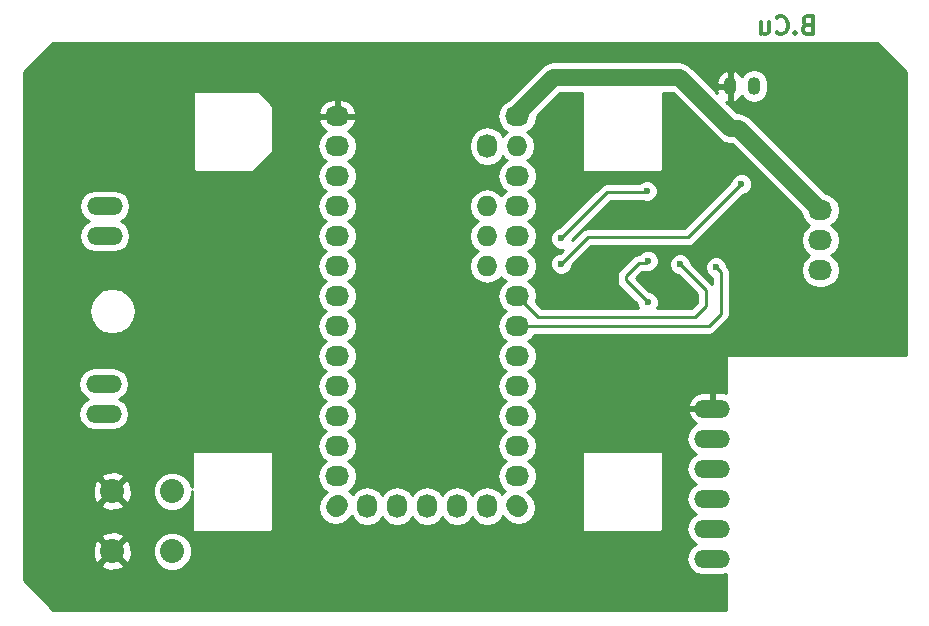
<source format=gbr>
G04 #@! TF.FileFunction,Copper,L2,Bot,Signal*
%FSLAX46Y46*%
G04 Gerber Fmt 4.6, Leading zero omitted, Abs format (unit mm)*
G04 Created by KiCad (PCBNEW 4.0.2+dfsg1-stable) date mar. 31 janv. 2017 18:53:40 CET*
%MOMM*%
G01*
G04 APERTURE LIST*
%ADD10C,0.050000*%
%ADD11C,0.300000*%
%ADD12O,3.014980X1.506220*%
%ADD13O,1.100000X1.524000*%
%ADD14C,2.032000*%
%ADD15O,2.032000X1.727200*%
%ADD16O,1.727200X1.727200*%
%ADD17O,1.727200X2.032000*%
%ADD18C,1.727200*%
%ADD19C,0.600000*%
%ADD20C,1.214120*%
%ADD21C,1.016000*%
%ADD22C,0.250000*%
%ADD23C,1.397000*%
%ADD24C,0.254000*%
G04 APERTURE END LIST*
D10*
D11*
X32158571Y24237143D02*
X31944285Y24165714D01*
X31872857Y24094286D01*
X31801428Y23951429D01*
X31801428Y23737143D01*
X31872857Y23594286D01*
X31944285Y23522857D01*
X32087143Y23451429D01*
X32658571Y23451429D01*
X32658571Y24951429D01*
X32158571Y24951429D01*
X32015714Y24880000D01*
X31944285Y24808571D01*
X31872857Y24665714D01*
X31872857Y24522857D01*
X31944285Y24380000D01*
X32015714Y24308571D01*
X32158571Y24237143D01*
X32658571Y24237143D01*
X31158571Y23594286D02*
X31087143Y23522857D01*
X31158571Y23451429D01*
X31230000Y23522857D01*
X31158571Y23594286D01*
X31158571Y23451429D01*
X29587142Y23594286D02*
X29658571Y23522857D01*
X29872857Y23451429D01*
X30015714Y23451429D01*
X30229999Y23522857D01*
X30372857Y23665714D01*
X30444285Y23808571D01*
X30515714Y24094286D01*
X30515714Y24308571D01*
X30444285Y24594286D01*
X30372857Y24737143D01*
X30229999Y24880000D01*
X30015714Y24951429D01*
X29872857Y24951429D01*
X29658571Y24880000D01*
X29587142Y24808571D01*
X28301428Y24451429D02*
X28301428Y23451429D01*
X28944285Y24451429D02*
X28944285Y23665714D01*
X28872857Y23522857D01*
X28729999Y23451429D01*
X28515714Y23451429D01*
X28372857Y23522857D01*
X28301428Y23594286D01*
D12*
X-27305000Y6350000D03*
X-27305000Y8890000D03*
X-27400000Y-8695000D03*
X-27400000Y-6155000D03*
X24130000Y-8255000D03*
X24130000Y-10795000D03*
X24130000Y-13335000D03*
X24130000Y-15875000D03*
X24130000Y-18415000D03*
X24130000Y-20955000D03*
D13*
X25670000Y19050000D03*
X27670000Y19050000D03*
D14*
X-21590000Y-15240000D03*
X-21590000Y-20320000D03*
X-26670000Y-20320000D03*
X-26670000Y-15240000D03*
D15*
X33300000Y3470000D03*
X33300000Y6010000D03*
X33300000Y8550000D03*
D16*
X5080000Y3810000D03*
X5080000Y6350000D03*
X5080000Y8890000D03*
D17*
X0Y-16510000D03*
D15*
X-7620000Y16510000D03*
X-7620000Y13970000D03*
X-7620000Y11430000D03*
X-7620000Y8890000D03*
X-7620000Y6350000D03*
X-7620000Y3810000D03*
X-7620000Y1270000D03*
X-7620000Y-1270000D03*
X-7620000Y-3810000D03*
X-7620000Y-6350000D03*
X-7620000Y-8890000D03*
X-7620000Y-11430000D03*
X-7620000Y-13970000D03*
D18*
X-7727763Y-16617763D02*
X-7512237Y-16402237D01*
D17*
X-5080000Y-16510000D03*
X-2540000Y-16510000D03*
X2540000Y-16510000D03*
X5080000Y-16510000D03*
X5080000Y13970000D03*
D18*
X7512237Y-16402237D02*
X7727763Y-16617763D01*
D15*
X7620000Y-13970000D03*
X7620000Y-11430000D03*
X7620000Y-8890000D03*
X7620000Y-6350000D03*
X7620000Y-3810000D03*
X7620000Y-1270000D03*
X7620000Y1270000D03*
X7620000Y3810000D03*
X7620000Y6350000D03*
X7620000Y8890000D03*
X7620000Y11430000D03*
D16*
X7620000Y13970000D03*
D15*
X7620000Y16510000D03*
D19*
X18618200Y10160000D03*
X11328400Y6146800D03*
X18700000Y4260000D03*
X18669000Y736600D03*
D20*
X5080000Y13970000D03*
D19*
X26600000Y10760000D03*
X11353800Y4013200D03*
D20*
X33300000Y8550000D03*
X7620000Y16510000D03*
X7620000Y-11430000D03*
X7620000Y-13970000D03*
X7620000Y-16510000D03*
X-27305000Y6350000D03*
X-27305000Y8890000D03*
X-27400000Y-8695000D03*
X-27400000Y-6155000D03*
X7620000Y-3810000D03*
X24130000Y-10795000D03*
X24130000Y-15875000D03*
X7620000Y3810000D03*
X7620000Y6350000D03*
X7620000Y8890000D03*
D19*
X24450000Y3710000D03*
D20*
X7620000Y-1270000D03*
D19*
X21400000Y3960000D03*
D20*
X7620000Y1270000D03*
X7620000Y-6350000D03*
X7620000Y-8890000D03*
X-26670000Y-15240000D03*
X-26670000Y-20320000D03*
X24130000Y-8255000D03*
X-7620000Y16495302D03*
D21*
X25670000Y19050000D03*
D19*
X-7620000Y8890000D03*
D20*
X33300000Y6010000D03*
D21*
X27670000Y19050000D03*
D20*
X-21590000Y-15240000D03*
X7620000Y11430000D03*
X24130000Y-13335000D03*
X-21590000Y-20320000D03*
X-7620000Y-16510000D03*
D22*
X15240000Y10058400D02*
X11328400Y6146800D01*
X18516600Y10058400D02*
X15240000Y10058400D01*
X18516600Y10058400D02*
X18618200Y10160000D01*
X16814800Y2590800D02*
X18669000Y736600D01*
X16814800Y2971800D02*
X16814800Y2590800D01*
X17907000Y4064000D02*
X16814800Y2971800D01*
X18504000Y4064000D02*
X17907000Y4064000D01*
X18700000Y4260000D02*
X18504000Y4064000D01*
X13589000Y6248400D02*
X11353800Y4013200D01*
X22088400Y6248400D02*
X13589000Y6248400D01*
X22088400Y6248400D02*
X26600000Y10760000D01*
D23*
X7620000Y16510000D02*
X7620000Y16764000D01*
X7620000Y16764000D02*
X10668000Y19812000D01*
X26356000Y15494000D02*
X33300000Y8550000D01*
X25654000Y15494000D02*
X26356000Y15494000D01*
X21336000Y19812000D02*
X25654000Y15494000D01*
X10668000Y19812000D02*
X21336000Y19812000D01*
D22*
X23850600Y-1270000D02*
X7620000Y-1270000D01*
X24866600Y-254000D02*
X23850600Y-1270000D01*
X24866600Y3293400D02*
X24866600Y-254000D01*
X24450000Y3710000D02*
X24866600Y3293400D01*
X7620000Y1270000D02*
X9398000Y-508000D01*
X22682200Y-508000D02*
X9398000Y-508000D01*
X23596600Y406400D02*
X22682200Y-508000D01*
X23596600Y1763400D02*
X23596600Y406400D01*
X23596600Y1763400D02*
X21400000Y3960000D01*
X7721600Y1371600D02*
X7620000Y1270000D01*
X7620000Y11390000D02*
X7620000Y11430000D01*
D24*
G36*
X40513000Y20267394D02*
X40513000Y-3683000D01*
X25400000Y-3683000D01*
X25350590Y-3693006D01*
X25308965Y-3721447D01*
X25281685Y-3763841D01*
X25273000Y-3810000D01*
X25273000Y-6944274D01*
X25011380Y-6866890D01*
X24257000Y-6866890D01*
X24257000Y-8128000D01*
X24277000Y-8128000D01*
X24277000Y-8382000D01*
X24257000Y-8382000D01*
X24257000Y-8402000D01*
X24003000Y-8402000D01*
X24003000Y-8382000D01*
X22152838Y-8382000D01*
X22030217Y-8596674D01*
X22044573Y-8668875D01*
X22304276Y-9146740D01*
X22727081Y-9488846D01*
X22805306Y-9511984D01*
X22802439Y-9512554D01*
X22352104Y-9813458D01*
X22051200Y-10263793D01*
X21945536Y-10795000D01*
X22051200Y-11326207D01*
X22352104Y-11776542D01*
X22783812Y-12065000D01*
X22352104Y-12353458D01*
X22051200Y-12803793D01*
X21945536Y-13335000D01*
X22051200Y-13866207D01*
X22352104Y-14316542D01*
X22783812Y-14605000D01*
X22352104Y-14893458D01*
X22051200Y-15343793D01*
X21945536Y-15875000D01*
X22051200Y-16406207D01*
X22352104Y-16856542D01*
X22783812Y-17145000D01*
X22352104Y-17433458D01*
X22051200Y-17883793D01*
X21945536Y-18415000D01*
X22051200Y-18946207D01*
X22352104Y-19396542D01*
X22783812Y-19685000D01*
X22352104Y-19973458D01*
X22051200Y-20423793D01*
X21945536Y-20955000D01*
X22051200Y-21486207D01*
X22352104Y-21936542D01*
X22802439Y-22237446D01*
X23333646Y-22343110D01*
X24926354Y-22343110D01*
X25273000Y-22274158D01*
X25273000Y-25273000D01*
X-31697394Y-25273000D01*
X-34163000Y-22807394D01*
X-34163000Y-21484107D01*
X-27654502Y-21484107D01*
X-27553880Y-21752622D01*
X-26938358Y-21981816D01*
X-26281981Y-21958014D01*
X-25786120Y-21752622D01*
X-25685498Y-21484107D01*
X-26670000Y-20499605D01*
X-27654502Y-21484107D01*
X-34163000Y-21484107D01*
X-34163000Y-20051642D01*
X-28331816Y-20051642D01*
X-28308014Y-20708019D01*
X-28102622Y-21203880D01*
X-27834107Y-21304502D01*
X-26849605Y-20320000D01*
X-26490395Y-20320000D01*
X-25505893Y-21304502D01*
X-25237378Y-21203880D01*
X-25030006Y-20646963D01*
X-23241286Y-20646963D01*
X-22990466Y-21253995D01*
X-22526437Y-21718834D01*
X-21919845Y-21970713D01*
X-21263037Y-21971286D01*
X-20656005Y-21720466D01*
X-20191166Y-21256437D01*
X-19939287Y-20649845D01*
X-19938714Y-19993037D01*
X-20189534Y-19386005D01*
X-20653563Y-18921166D01*
X-21260155Y-18669287D01*
X-21916963Y-18668714D01*
X-22523995Y-18919534D01*
X-22988834Y-19383563D01*
X-23240713Y-19990155D01*
X-23241286Y-20646963D01*
X-25030006Y-20646963D01*
X-25008184Y-20588358D01*
X-25031986Y-19931981D01*
X-25237378Y-19436120D01*
X-25505893Y-19335498D01*
X-26490395Y-20320000D01*
X-26849605Y-20320000D01*
X-27834107Y-19335498D01*
X-28102622Y-19436120D01*
X-28331816Y-20051642D01*
X-34163000Y-20051642D01*
X-34163000Y-19155893D01*
X-27654502Y-19155893D01*
X-26670000Y-20140395D01*
X-25685498Y-19155893D01*
X-25786120Y-18887378D01*
X-26401642Y-18658184D01*
X-27058019Y-18681986D01*
X-27553880Y-18887378D01*
X-27654502Y-19155893D01*
X-34163000Y-19155893D01*
X-34163000Y-16404107D01*
X-27654502Y-16404107D01*
X-27553880Y-16672622D01*
X-26938358Y-16901816D01*
X-26281981Y-16878014D01*
X-25786120Y-16672622D01*
X-25685498Y-16404107D01*
X-26670000Y-15419605D01*
X-27654502Y-16404107D01*
X-34163000Y-16404107D01*
X-34163000Y-14971642D01*
X-28331816Y-14971642D01*
X-28308014Y-15628019D01*
X-28102622Y-16123880D01*
X-27834107Y-16224502D01*
X-26849605Y-15240000D01*
X-26490395Y-15240000D01*
X-25505893Y-16224502D01*
X-25237378Y-16123880D01*
X-25030006Y-15566963D01*
X-23241286Y-15566963D01*
X-22990466Y-16173995D01*
X-22526437Y-16638834D01*
X-21919845Y-16890713D01*
X-21263037Y-16891286D01*
X-20656005Y-16640466D01*
X-20191166Y-16176437D01*
X-19939287Y-15569845D01*
X-19939000Y-15240868D01*
X-19939000Y-18542000D01*
X-19930315Y-18588159D01*
X-19903035Y-18630553D01*
X-19861410Y-18658994D01*
X-19812000Y-18669000D01*
X-13208000Y-18669000D01*
X-13161841Y-18660315D01*
X-13119447Y-18633035D01*
X-13091006Y-18591410D01*
X-13081000Y-18542000D01*
X-13081000Y-11938000D01*
X-13089685Y-11891841D01*
X-13116965Y-11849447D01*
X-13158590Y-11821006D01*
X-13208000Y-11811000D01*
X-19812000Y-11811000D01*
X-19858159Y-11819685D01*
X-19900553Y-11846965D01*
X-19928994Y-11888590D01*
X-19939000Y-11938000D01*
X-19939000Y-14912345D01*
X-20189534Y-14306005D01*
X-20653563Y-13841166D01*
X-21260155Y-13589287D01*
X-21916963Y-13588714D01*
X-22523995Y-13839534D01*
X-22988834Y-14303563D01*
X-23240713Y-14910155D01*
X-23241286Y-15566963D01*
X-25030006Y-15566963D01*
X-25008184Y-15508358D01*
X-25031986Y-14851981D01*
X-25237378Y-14356120D01*
X-25505893Y-14255498D01*
X-26490395Y-15240000D01*
X-26849605Y-15240000D01*
X-27834107Y-14255498D01*
X-28102622Y-14356120D01*
X-28331816Y-14971642D01*
X-34163000Y-14971642D01*
X-34163000Y-14075893D01*
X-27654502Y-14075893D01*
X-26670000Y-15060395D01*
X-25685498Y-14075893D01*
X-25786120Y-13807378D01*
X-26401642Y-13578184D01*
X-27058019Y-13601986D01*
X-27553880Y-13807378D01*
X-27654502Y-14075893D01*
X-34163000Y-14075893D01*
X-34163000Y-6155000D01*
X-29584464Y-6155000D01*
X-29478800Y-6686207D01*
X-29177896Y-7136542D01*
X-28746188Y-7425000D01*
X-29177896Y-7713458D01*
X-29478800Y-8163793D01*
X-29584464Y-8695000D01*
X-29478800Y-9226207D01*
X-29177896Y-9676542D01*
X-28727561Y-9977446D01*
X-28196354Y-10083110D01*
X-26603646Y-10083110D01*
X-26072439Y-9977446D01*
X-25622104Y-9676542D01*
X-25321200Y-9226207D01*
X-25215536Y-8695000D01*
X-25321200Y-8163793D01*
X-25622104Y-7713458D01*
X-26053812Y-7425000D01*
X-25622104Y-7136542D01*
X-25321200Y-6686207D01*
X-25215536Y-6155000D01*
X-25321200Y-5623793D01*
X-25622104Y-5173458D01*
X-26072439Y-4872554D01*
X-26603646Y-4766890D01*
X-28196354Y-4766890D01*
X-28727561Y-4872554D01*
X-29177896Y-5173458D01*
X-29478800Y-5623793D01*
X-29584464Y-6155000D01*
X-34163000Y-6155000D01*
X-34163000Y0D01*
X-28650000Y0D01*
X-28499281Y-757713D01*
X-28070071Y-1400071D01*
X-27427713Y-1829281D01*
X-26670000Y-1980000D01*
X-25912287Y-1829281D01*
X-25269929Y-1400071D01*
X-24840719Y-757713D01*
X-24690000Y0D01*
X-24840719Y757713D01*
X-25269929Y1400071D01*
X-25912287Y1829281D01*
X-26670000Y1980000D01*
X-27427713Y1829281D01*
X-28070071Y1400071D01*
X-28499281Y757713D01*
X-28650000Y0D01*
X-34163000Y0D01*
X-34163000Y8890000D01*
X-29489464Y8890000D01*
X-29383800Y8358793D01*
X-29082896Y7908458D01*
X-28651188Y7620000D01*
X-29082896Y7331542D01*
X-29383800Y6881207D01*
X-29489464Y6350000D01*
X-29383800Y5818793D01*
X-29082896Y5368458D01*
X-28632561Y5067554D01*
X-28101354Y4961890D01*
X-26508646Y4961890D01*
X-25977439Y5067554D01*
X-25527104Y5368458D01*
X-25226200Y5818793D01*
X-25120536Y6350000D01*
X-25226200Y6881207D01*
X-25527104Y7331542D01*
X-25958812Y7620000D01*
X-25527104Y7908458D01*
X-25226200Y8358793D01*
X-25120536Y8890000D01*
X-25226200Y9421207D01*
X-25527104Y9871542D01*
X-25977439Y10172446D01*
X-26508646Y10278110D01*
X-28101354Y10278110D01*
X-28632561Y10172446D01*
X-29082896Y9871542D01*
X-29383800Y9421207D01*
X-29489464Y8890000D01*
X-34163000Y8890000D01*
X-34163000Y18542000D01*
X-19812000Y18542000D01*
X-19812000Y11938000D01*
X-19803315Y11891841D01*
X-19776035Y11849447D01*
X-19734410Y11821006D01*
X-19685000Y11811000D01*
X-14732000Y11811000D01*
X-14684211Y11820334D01*
X-14642197Y11848197D01*
X-13118197Y13372197D01*
X-13091006Y13412590D01*
X-13081000Y13462000D01*
X-13081000Y13970000D01*
X-9303345Y13970000D01*
X-9189271Y13396511D01*
X-8864415Y12910330D01*
X-8549634Y12700000D01*
X-8864415Y12489670D01*
X-9189271Y12003489D01*
X-9303345Y11430000D01*
X-9189271Y10856511D01*
X-8864415Y10370330D01*
X-8549634Y10160000D01*
X-8864415Y9949670D01*
X-9189271Y9463489D01*
X-9303345Y8890000D01*
X-9189271Y8316511D01*
X-8864415Y7830330D01*
X-8549634Y7620000D01*
X-8864415Y7409670D01*
X-9189271Y6923489D01*
X-9303345Y6350000D01*
X-9189271Y5776511D01*
X-8864415Y5290330D01*
X-8549634Y5080000D01*
X-8864415Y4869670D01*
X-9189271Y4383489D01*
X-9303345Y3810000D01*
X-9189271Y3236511D01*
X-8864415Y2750330D01*
X-8549634Y2540000D01*
X-8864415Y2329670D01*
X-9189271Y1843489D01*
X-9303345Y1270000D01*
X-9189271Y696511D01*
X-8864415Y210330D01*
X-8549634Y0D01*
X-8864415Y-210330D01*
X-9189271Y-696511D01*
X-9303345Y-1270000D01*
X-9189271Y-1843489D01*
X-8864415Y-2329670D01*
X-8549634Y-2540000D01*
X-8864415Y-2750330D01*
X-9189271Y-3236511D01*
X-9303345Y-3810000D01*
X-9189271Y-4383489D01*
X-8864415Y-4869670D01*
X-8549634Y-5080000D01*
X-8864415Y-5290330D01*
X-9189271Y-5776511D01*
X-9303345Y-6350000D01*
X-9189271Y-6923489D01*
X-8864415Y-7409670D01*
X-8549634Y-7620000D01*
X-8864415Y-7830330D01*
X-9189271Y-8316511D01*
X-9303345Y-8890000D01*
X-9189271Y-9463489D01*
X-8864415Y-9949670D01*
X-8549634Y-10160000D01*
X-8864415Y-10370330D01*
X-9189271Y-10856511D01*
X-9303345Y-11430000D01*
X-9189271Y-12003489D01*
X-8864415Y-12489670D01*
X-8549634Y-12700000D01*
X-8864415Y-12910330D01*
X-9189271Y-13396511D01*
X-9303345Y-13970000D01*
X-9189271Y-14543489D01*
X-8864415Y-15029670D01*
X-8489698Y-15280048D01*
X-8549036Y-15319696D01*
X-8810304Y-15580964D01*
X-9135160Y-16067144D01*
X-9249234Y-16640634D01*
X-9135160Y-17214124D01*
X-8810304Y-17700304D01*
X-8324124Y-18025160D01*
X-7750634Y-18139234D01*
X-7177144Y-18025160D01*
X-6690964Y-17700304D01*
X-6429696Y-17439036D01*
X-6390048Y-17379698D01*
X-6139670Y-17754415D01*
X-5653489Y-18079271D01*
X-5080000Y-18193345D01*
X-4506511Y-18079271D01*
X-4020330Y-17754415D01*
X-3810000Y-17439634D01*
X-3599670Y-17754415D01*
X-3113489Y-18079271D01*
X-2540000Y-18193345D01*
X-1966511Y-18079271D01*
X-1480330Y-17754415D01*
X-1270000Y-17439634D01*
X-1059670Y-17754415D01*
X-573489Y-18079271D01*
X0Y-18193345D01*
X573489Y-18079271D01*
X1059670Y-17754415D01*
X1270000Y-17439634D01*
X1480330Y-17754415D01*
X1966511Y-18079271D01*
X2540000Y-18193345D01*
X3113489Y-18079271D01*
X3599670Y-17754415D01*
X3810000Y-17439634D01*
X4020330Y-17754415D01*
X4506511Y-18079271D01*
X5080000Y-18193345D01*
X5653489Y-18079271D01*
X6139670Y-17754415D01*
X6390048Y-17379698D01*
X6429696Y-17439036D01*
X6690964Y-17700304D01*
X7177144Y-18025160D01*
X7750634Y-18139234D01*
X8324124Y-18025160D01*
X8810304Y-17700304D01*
X9135160Y-17214124D01*
X9249234Y-16640634D01*
X9135160Y-16067144D01*
X8810304Y-15580964D01*
X8549036Y-15319696D01*
X8489698Y-15280048D01*
X8864415Y-15029670D01*
X9189271Y-14543489D01*
X9303345Y-13970000D01*
X9189271Y-13396511D01*
X8864415Y-12910330D01*
X8549634Y-12700000D01*
X8864415Y-12489670D01*
X9189271Y-12003489D01*
X9202297Y-11938000D01*
X13081000Y-11938000D01*
X13081000Y-18542000D01*
X13089685Y-18588159D01*
X13116965Y-18630553D01*
X13158590Y-18658994D01*
X13208000Y-18669000D01*
X19812000Y-18669000D01*
X19858159Y-18660315D01*
X19900553Y-18633035D01*
X19928994Y-18591410D01*
X19939000Y-18542000D01*
X19939000Y-11938000D01*
X19930315Y-11891841D01*
X19903035Y-11849447D01*
X19861410Y-11821006D01*
X19812000Y-11811000D01*
X13208000Y-11811000D01*
X13161841Y-11819685D01*
X13119447Y-11846965D01*
X13091006Y-11888590D01*
X13081000Y-11938000D01*
X9202297Y-11938000D01*
X9303345Y-11430000D01*
X9189271Y-10856511D01*
X8864415Y-10370330D01*
X8549634Y-10160000D01*
X8864415Y-9949670D01*
X9189271Y-9463489D01*
X9303345Y-8890000D01*
X9189271Y-8316511D01*
X8919872Y-7913326D01*
X22030217Y-7913326D01*
X22152838Y-8128000D01*
X24003000Y-8128000D01*
X24003000Y-6866890D01*
X23248620Y-6866890D01*
X22727081Y-7021154D01*
X22304276Y-7363260D01*
X22044573Y-7841125D01*
X22030217Y-7913326D01*
X8919872Y-7913326D01*
X8864415Y-7830330D01*
X8549634Y-7620000D01*
X8864415Y-7409670D01*
X9189271Y-6923489D01*
X9303345Y-6350000D01*
X9189271Y-5776511D01*
X8864415Y-5290330D01*
X8549634Y-5080000D01*
X8864415Y-4869670D01*
X9189271Y-4383489D01*
X9303345Y-3810000D01*
X9189271Y-3236511D01*
X8864415Y-2750330D01*
X8549634Y-2540000D01*
X8864415Y-2329670D01*
X9064648Y-2030000D01*
X23850600Y-2030000D01*
X24141439Y-1972148D01*
X24388001Y-1807401D01*
X25404001Y-791401D01*
X25568748Y-544839D01*
X25626600Y-254000D01*
X25626600Y3293400D01*
X25601584Y3419161D01*
X25568748Y3584240D01*
X25404001Y3830801D01*
X25385122Y3849680D01*
X25385162Y3895167D01*
X25243117Y4238943D01*
X24980327Y4502192D01*
X24636799Y4644838D01*
X24264833Y4645162D01*
X23921057Y4503117D01*
X23657808Y4240327D01*
X23515162Y3896799D01*
X23514838Y3524833D01*
X23656883Y3181057D01*
X23919673Y2917808D01*
X24106600Y2840189D01*
X24106600Y2328202D01*
X22335122Y4099680D01*
X22335162Y4145167D01*
X22193117Y4488943D01*
X21930327Y4752192D01*
X21586799Y4894838D01*
X21214833Y4895162D01*
X20871057Y4753117D01*
X20607808Y4490327D01*
X20465162Y4146799D01*
X20464838Y3774833D01*
X20606883Y3431057D01*
X20869673Y3167808D01*
X21213201Y3025162D01*
X21260077Y3025121D01*
X22836600Y1448598D01*
X22836600Y721202D01*
X22367398Y252000D01*
X19480180Y252000D01*
X19603838Y549801D01*
X19604162Y921767D01*
X19462117Y1265543D01*
X19199327Y1528792D01*
X18855799Y1671438D01*
X18808923Y1671479D01*
X17699102Y2781300D01*
X18221802Y3304000D01*
X18504000Y3304000D01*
X18609964Y3325078D01*
X18885167Y3324838D01*
X19228943Y3466883D01*
X19492192Y3729673D01*
X19634838Y4073201D01*
X19635162Y4445167D01*
X19493117Y4788943D01*
X19230327Y5052192D01*
X18886799Y5194838D01*
X18514833Y5195162D01*
X18171057Y5053117D01*
X17941540Y4824000D01*
X17907000Y4824000D01*
X17616161Y4766148D01*
X17369599Y4601401D01*
X16277399Y3509201D01*
X16112652Y3262639D01*
X16054800Y2971800D01*
X16054800Y2590800D01*
X16112652Y2299961D01*
X16277399Y2053399D01*
X17733878Y596920D01*
X17733838Y551433D01*
X17857561Y252000D01*
X9712802Y252000D01*
X9202381Y762421D01*
X9303345Y1270000D01*
X9189271Y1843489D01*
X8864415Y2329670D01*
X8549634Y2540000D01*
X8864415Y2750330D01*
X9189271Y3236511D01*
X9303345Y3810000D01*
X9189271Y4383489D01*
X8864415Y4869670D01*
X8549634Y5080000D01*
X8864415Y5290330D01*
X9189271Y5776511D01*
X9226094Y5961633D01*
X10393238Y5961633D01*
X10535283Y5617857D01*
X10798073Y5354608D01*
X11141601Y5211962D01*
X11477467Y5211669D01*
X11214120Y4948322D01*
X11168633Y4948362D01*
X10824857Y4806317D01*
X10561608Y4543527D01*
X10418962Y4199999D01*
X10418638Y3828033D01*
X10560683Y3484257D01*
X10823473Y3221008D01*
X11167001Y3078362D01*
X11538967Y3078038D01*
X11882743Y3220083D01*
X12145992Y3482873D01*
X12288638Y3826401D01*
X12288679Y3873277D01*
X13903802Y5488400D01*
X22088400Y5488400D01*
X22379239Y5546252D01*
X22625801Y5710999D01*
X26739680Y9824878D01*
X26785167Y9824838D01*
X27128943Y9966883D01*
X27392192Y10229673D01*
X27534838Y10573201D01*
X27535162Y10945167D01*
X27393117Y11288943D01*
X27130327Y11552192D01*
X26786799Y11694838D01*
X26414833Y11695162D01*
X26071057Y11553117D01*
X25807808Y11290327D01*
X25665162Y10946799D01*
X25665121Y10899923D01*
X21773598Y7008400D01*
X13589000Y7008400D01*
X13298161Y6950548D01*
X13051599Y6785801D01*
X12263271Y5997473D01*
X12263279Y6006877D01*
X15554802Y9298400D01*
X18255025Y9298400D01*
X18431401Y9225162D01*
X18803367Y9224838D01*
X19147143Y9366883D01*
X19410392Y9629673D01*
X19553038Y9973201D01*
X19553362Y10345167D01*
X19411317Y10688943D01*
X19148527Y10952192D01*
X18804999Y11094838D01*
X18433033Y11095162D01*
X18089257Y10953117D01*
X17954305Y10818400D01*
X15240000Y10818400D01*
X14949161Y10760548D01*
X14702599Y10595801D01*
X11188720Y7081922D01*
X11143233Y7081962D01*
X10799457Y6939917D01*
X10536208Y6677127D01*
X10393562Y6333599D01*
X10393238Y5961633D01*
X9226094Y5961633D01*
X9303345Y6350000D01*
X9189271Y6923489D01*
X8864415Y7409670D01*
X8549634Y7620000D01*
X8864415Y7830330D01*
X9189271Y8316511D01*
X9303345Y8890000D01*
X9189271Y9463489D01*
X8864415Y9949670D01*
X8549634Y10160000D01*
X8864415Y10370330D01*
X9189271Y10856511D01*
X9303345Y11430000D01*
X9189271Y12003489D01*
X8864415Y12489670D01*
X8471941Y12751913D01*
X8709029Y12910330D01*
X9033885Y13396511D01*
X9147959Y13970000D01*
X9033885Y14543489D01*
X8709029Y15029670D01*
X8471941Y15188087D01*
X8864415Y15450330D01*
X9189271Y15936511D01*
X9303345Y16510000D01*
X9294802Y16552948D01*
X11220354Y18478500D01*
X13081000Y18478500D01*
X13081000Y11938000D01*
X13089685Y11891841D01*
X13116965Y11849447D01*
X13158590Y11821006D01*
X13208000Y11811000D01*
X19812000Y11811000D01*
X19858159Y11819685D01*
X19900553Y11846965D01*
X19928994Y11888590D01*
X19939000Y11938000D01*
X19939000Y18478500D01*
X20783646Y18478500D01*
X24711073Y14551073D01*
X25143692Y14262007D01*
X25654000Y14160500D01*
X25803646Y14160500D01*
X31666939Y8297207D01*
X31730729Y7976511D01*
X32055585Y7490330D01*
X32370366Y7280000D01*
X32055585Y7069670D01*
X31730729Y6583489D01*
X31616655Y6010000D01*
X31730729Y5436511D01*
X32055585Y4950330D01*
X32370366Y4740000D01*
X32055585Y4529670D01*
X31730729Y4043489D01*
X31616655Y3470000D01*
X31730729Y2896511D01*
X32055585Y2410330D01*
X32541766Y2085474D01*
X33115255Y1971400D01*
X33484745Y1971400D01*
X34058234Y2085474D01*
X34544415Y2410330D01*
X34869271Y2896511D01*
X34983345Y3470000D01*
X34869271Y4043489D01*
X34544415Y4529670D01*
X34229634Y4740000D01*
X34544415Y4950330D01*
X34869271Y5436511D01*
X34983345Y6010000D01*
X34869271Y6583489D01*
X34544415Y7069670D01*
X34229634Y7280000D01*
X34544415Y7490330D01*
X34869271Y7976511D01*
X34983345Y8550000D01*
X34869271Y9123489D01*
X34544415Y9609670D01*
X34058234Y9934526D01*
X33737538Y9998316D01*
X27298927Y16436927D01*
X26866308Y16725993D01*
X26356000Y16827500D01*
X26206354Y16827500D01*
X25336364Y17697490D01*
X25360256Y17694197D01*
X25543000Y17819639D01*
X25543000Y18923000D01*
X24639212Y18923000D01*
X24481810Y18735869D01*
X24556829Y18477025D01*
X23669723Y19364131D01*
X24481810Y19364131D01*
X24639212Y19177000D01*
X25543000Y19177000D01*
X25543000Y20280361D01*
X25797000Y20280361D01*
X25797000Y19177000D01*
X25817000Y19177000D01*
X25817000Y18923000D01*
X25797000Y18923000D01*
X25797000Y17819639D01*
X25979744Y17694197D01*
X26030344Y17701171D01*
X26437960Y17925605D01*
X26669873Y18215466D01*
X26832078Y17972709D01*
X27216520Y17715834D01*
X27670000Y17625631D01*
X28123480Y17715834D01*
X28507922Y17972709D01*
X28764797Y18357151D01*
X28855000Y18810631D01*
X28855000Y19289369D01*
X28764797Y19742849D01*
X28507922Y20127291D01*
X28123480Y20384166D01*
X27670000Y20474369D01*
X27216520Y20384166D01*
X26832078Y20127291D01*
X26669873Y19884534D01*
X26437960Y20174395D01*
X26030344Y20398829D01*
X25979744Y20405803D01*
X25797000Y20280361D01*
X25543000Y20280361D01*
X25360256Y20405803D01*
X25309656Y20398829D01*
X24902040Y20174395D01*
X24611339Y19811057D01*
X24481810Y19364131D01*
X23669723Y19364131D01*
X22278927Y20754927D01*
X21846308Y21043993D01*
X21336000Y21145500D01*
X10668000Y21145500D01*
X10157692Y21043993D01*
X9725073Y20754927D01*
X6865394Y17895248D01*
X6861766Y17894526D01*
X6375585Y17569670D01*
X6050729Y17083489D01*
X5936655Y16510000D01*
X6050729Y15936511D01*
X6375585Y15450330D01*
X6768059Y15188087D01*
X6530971Y15029670D01*
X6397042Y14829231D01*
X6139670Y15214415D01*
X5653489Y15539271D01*
X5080000Y15653345D01*
X4506511Y15539271D01*
X4020330Y15214415D01*
X3695474Y14728234D01*
X3581400Y14154745D01*
X3581400Y13785255D01*
X3695474Y13211766D01*
X4020330Y12725585D01*
X4506511Y12400729D01*
X5080000Y12286655D01*
X5653489Y12400729D01*
X6139670Y12725585D01*
X6397042Y13110769D01*
X6530971Y12910330D01*
X6768059Y12751913D01*
X6375585Y12489670D01*
X6050729Y12003489D01*
X5936655Y11430000D01*
X6050729Y10856511D01*
X6375585Y10370330D01*
X6690366Y10160000D01*
X6375585Y9949670D01*
X6272307Y9795104D01*
X6169029Y9949670D01*
X5682848Y10274526D01*
X5109359Y10388600D01*
X5050641Y10388600D01*
X4477152Y10274526D01*
X3990971Y9949670D01*
X3666115Y9463489D01*
X3552041Y8890000D01*
X3666115Y8316511D01*
X3990971Y7830330D01*
X4305752Y7620000D01*
X3990971Y7409670D01*
X3666115Y6923489D01*
X3552041Y6350000D01*
X3666115Y5776511D01*
X3990971Y5290330D01*
X4305752Y5080000D01*
X3990971Y4869670D01*
X3666115Y4383489D01*
X3552041Y3810000D01*
X3666115Y3236511D01*
X3990971Y2750330D01*
X4477152Y2425474D01*
X5050641Y2311400D01*
X5109359Y2311400D01*
X5682848Y2425474D01*
X6169029Y2750330D01*
X6272307Y2904896D01*
X6375585Y2750330D01*
X6690366Y2540000D01*
X6375585Y2329670D01*
X6050729Y1843489D01*
X5936655Y1270000D01*
X6050729Y696511D01*
X6375585Y210330D01*
X6690366Y0D01*
X6375585Y-210330D01*
X6050729Y-696511D01*
X5936655Y-1270000D01*
X6050729Y-1843489D01*
X6375585Y-2329670D01*
X6690366Y-2540000D01*
X6375585Y-2750330D01*
X6050729Y-3236511D01*
X5936655Y-3810000D01*
X6050729Y-4383489D01*
X6375585Y-4869670D01*
X6690366Y-5080000D01*
X6375585Y-5290330D01*
X6050729Y-5776511D01*
X5936655Y-6350000D01*
X6050729Y-6923489D01*
X6375585Y-7409670D01*
X6690366Y-7620000D01*
X6375585Y-7830330D01*
X6050729Y-8316511D01*
X5936655Y-8890000D01*
X6050729Y-9463489D01*
X6375585Y-9949670D01*
X6690366Y-10160000D01*
X6375585Y-10370330D01*
X6050729Y-10856511D01*
X5936655Y-11430000D01*
X6050729Y-12003489D01*
X6375585Y-12489670D01*
X6690366Y-12700000D01*
X6375585Y-12910330D01*
X6050729Y-13396511D01*
X5936655Y-13970000D01*
X6050729Y-14543489D01*
X6375585Y-15029670D01*
X6619667Y-15192761D01*
X6429696Y-15319696D01*
X6302761Y-15509667D01*
X6139670Y-15265585D01*
X5653489Y-14940729D01*
X5080000Y-14826655D01*
X4506511Y-14940729D01*
X4020330Y-15265585D01*
X3810000Y-15580366D01*
X3599670Y-15265585D01*
X3113489Y-14940729D01*
X2540000Y-14826655D01*
X1966511Y-14940729D01*
X1480330Y-15265585D01*
X1270000Y-15580366D01*
X1059670Y-15265585D01*
X573489Y-14940729D01*
X0Y-14826655D01*
X-573489Y-14940729D01*
X-1059670Y-15265585D01*
X-1270000Y-15580366D01*
X-1480330Y-15265585D01*
X-1966511Y-14940729D01*
X-2540000Y-14826655D01*
X-3113489Y-14940729D01*
X-3599670Y-15265585D01*
X-3810000Y-15580366D01*
X-4020330Y-15265585D01*
X-4506511Y-14940729D01*
X-5080000Y-14826655D01*
X-5653489Y-14940729D01*
X-6139670Y-15265585D01*
X-6302761Y-15509667D01*
X-6429696Y-15319696D01*
X-6619667Y-15192761D01*
X-6375585Y-15029670D01*
X-6050729Y-14543489D01*
X-5936655Y-13970000D01*
X-6050729Y-13396511D01*
X-6375585Y-12910330D01*
X-6690366Y-12700000D01*
X-6375585Y-12489670D01*
X-6050729Y-12003489D01*
X-5936655Y-11430000D01*
X-6050729Y-10856511D01*
X-6375585Y-10370330D01*
X-6690366Y-10160000D01*
X-6375585Y-9949670D01*
X-6050729Y-9463489D01*
X-5936655Y-8890000D01*
X-6050729Y-8316511D01*
X-6375585Y-7830330D01*
X-6690366Y-7620000D01*
X-6375585Y-7409670D01*
X-6050729Y-6923489D01*
X-5936655Y-6350000D01*
X-6050729Y-5776511D01*
X-6375585Y-5290330D01*
X-6690366Y-5080000D01*
X-6375585Y-4869670D01*
X-6050729Y-4383489D01*
X-5936655Y-3810000D01*
X-6050729Y-3236511D01*
X-6375585Y-2750330D01*
X-6690366Y-2540000D01*
X-6375585Y-2329670D01*
X-6050729Y-1843489D01*
X-5936655Y-1270000D01*
X-6050729Y-696511D01*
X-6375585Y-210330D01*
X-6690366Y0D01*
X-6375585Y210330D01*
X-6050729Y696511D01*
X-5936655Y1270000D01*
X-6050729Y1843489D01*
X-6375585Y2329670D01*
X-6690366Y2540000D01*
X-6375585Y2750330D01*
X-6050729Y3236511D01*
X-5936655Y3810000D01*
X-6050729Y4383489D01*
X-6375585Y4869670D01*
X-6690366Y5080000D01*
X-6375585Y5290330D01*
X-6050729Y5776511D01*
X-5936655Y6350000D01*
X-6050729Y6923489D01*
X-6375585Y7409670D01*
X-6690366Y7620000D01*
X-6375585Y7830330D01*
X-6050729Y8316511D01*
X-5936655Y8890000D01*
X-6050729Y9463489D01*
X-6375585Y9949670D01*
X-6690366Y10160000D01*
X-6375585Y10370330D01*
X-6050729Y10856511D01*
X-5936655Y11430000D01*
X-6050729Y12003489D01*
X-6375585Y12489670D01*
X-6690366Y12700000D01*
X-6375585Y12910330D01*
X-6050729Y13396511D01*
X-5936655Y13970000D01*
X-6050729Y14543489D01*
X-6375585Y15029670D01*
X-6685069Y15236461D01*
X-6269268Y15607964D01*
X-6015291Y16135209D01*
X-6012642Y16150974D01*
X-6133783Y16383000D01*
X-7493000Y16383000D01*
X-7493000Y16363000D01*
X-7747000Y16363000D01*
X-7747000Y16383000D01*
X-9106217Y16383000D01*
X-9227358Y16150974D01*
X-9224709Y16135209D01*
X-8970732Y15607964D01*
X-8554931Y15236461D01*
X-8864415Y15029670D01*
X-9189271Y14543489D01*
X-9303345Y13970000D01*
X-13081000Y13970000D01*
X-13081000Y16869026D01*
X-9227358Y16869026D01*
X-9106217Y16637000D01*
X-7747000Y16637000D01*
X-7747000Y17850924D01*
X-7493000Y17850924D01*
X-7493000Y16637000D01*
X-6133783Y16637000D01*
X-6012642Y16869026D01*
X-6015291Y16884791D01*
X-6269268Y17412036D01*
X-6705680Y17801954D01*
X-7258087Y17995184D01*
X-7493000Y17850924D01*
X-7747000Y17850924D01*
X-7981913Y17995184D01*
X-8534320Y17801954D01*
X-8970732Y17412036D01*
X-9224709Y16884791D01*
X-9227358Y16869026D01*
X-13081000Y16869026D01*
X-13081000Y17399000D01*
X-13090334Y17446789D01*
X-13118197Y17488803D01*
X-14261197Y18631803D01*
X-14301590Y18658994D01*
X-14351000Y18669000D01*
X-19685000Y18669000D01*
X-19731159Y18660315D01*
X-19773553Y18633035D01*
X-19801994Y18591410D01*
X-19812000Y18542000D01*
X-34163000Y18542000D01*
X-34163000Y20267394D01*
X-31697394Y22733000D01*
X38047394Y22733000D01*
X40513000Y20267394D01*
X40513000Y20267394D01*
G37*
X40513000Y20267394D02*
X40513000Y-3683000D01*
X25400000Y-3683000D01*
X25350590Y-3693006D01*
X25308965Y-3721447D01*
X25281685Y-3763841D01*
X25273000Y-3810000D01*
X25273000Y-6944274D01*
X25011380Y-6866890D01*
X24257000Y-6866890D01*
X24257000Y-8128000D01*
X24277000Y-8128000D01*
X24277000Y-8382000D01*
X24257000Y-8382000D01*
X24257000Y-8402000D01*
X24003000Y-8402000D01*
X24003000Y-8382000D01*
X22152838Y-8382000D01*
X22030217Y-8596674D01*
X22044573Y-8668875D01*
X22304276Y-9146740D01*
X22727081Y-9488846D01*
X22805306Y-9511984D01*
X22802439Y-9512554D01*
X22352104Y-9813458D01*
X22051200Y-10263793D01*
X21945536Y-10795000D01*
X22051200Y-11326207D01*
X22352104Y-11776542D01*
X22783812Y-12065000D01*
X22352104Y-12353458D01*
X22051200Y-12803793D01*
X21945536Y-13335000D01*
X22051200Y-13866207D01*
X22352104Y-14316542D01*
X22783812Y-14605000D01*
X22352104Y-14893458D01*
X22051200Y-15343793D01*
X21945536Y-15875000D01*
X22051200Y-16406207D01*
X22352104Y-16856542D01*
X22783812Y-17145000D01*
X22352104Y-17433458D01*
X22051200Y-17883793D01*
X21945536Y-18415000D01*
X22051200Y-18946207D01*
X22352104Y-19396542D01*
X22783812Y-19685000D01*
X22352104Y-19973458D01*
X22051200Y-20423793D01*
X21945536Y-20955000D01*
X22051200Y-21486207D01*
X22352104Y-21936542D01*
X22802439Y-22237446D01*
X23333646Y-22343110D01*
X24926354Y-22343110D01*
X25273000Y-22274158D01*
X25273000Y-25273000D01*
X-31697394Y-25273000D01*
X-34163000Y-22807394D01*
X-34163000Y-21484107D01*
X-27654502Y-21484107D01*
X-27553880Y-21752622D01*
X-26938358Y-21981816D01*
X-26281981Y-21958014D01*
X-25786120Y-21752622D01*
X-25685498Y-21484107D01*
X-26670000Y-20499605D01*
X-27654502Y-21484107D01*
X-34163000Y-21484107D01*
X-34163000Y-20051642D01*
X-28331816Y-20051642D01*
X-28308014Y-20708019D01*
X-28102622Y-21203880D01*
X-27834107Y-21304502D01*
X-26849605Y-20320000D01*
X-26490395Y-20320000D01*
X-25505893Y-21304502D01*
X-25237378Y-21203880D01*
X-25030006Y-20646963D01*
X-23241286Y-20646963D01*
X-22990466Y-21253995D01*
X-22526437Y-21718834D01*
X-21919845Y-21970713D01*
X-21263037Y-21971286D01*
X-20656005Y-21720466D01*
X-20191166Y-21256437D01*
X-19939287Y-20649845D01*
X-19938714Y-19993037D01*
X-20189534Y-19386005D01*
X-20653563Y-18921166D01*
X-21260155Y-18669287D01*
X-21916963Y-18668714D01*
X-22523995Y-18919534D01*
X-22988834Y-19383563D01*
X-23240713Y-19990155D01*
X-23241286Y-20646963D01*
X-25030006Y-20646963D01*
X-25008184Y-20588358D01*
X-25031986Y-19931981D01*
X-25237378Y-19436120D01*
X-25505893Y-19335498D01*
X-26490395Y-20320000D01*
X-26849605Y-20320000D01*
X-27834107Y-19335498D01*
X-28102622Y-19436120D01*
X-28331816Y-20051642D01*
X-34163000Y-20051642D01*
X-34163000Y-19155893D01*
X-27654502Y-19155893D01*
X-26670000Y-20140395D01*
X-25685498Y-19155893D01*
X-25786120Y-18887378D01*
X-26401642Y-18658184D01*
X-27058019Y-18681986D01*
X-27553880Y-18887378D01*
X-27654502Y-19155893D01*
X-34163000Y-19155893D01*
X-34163000Y-16404107D01*
X-27654502Y-16404107D01*
X-27553880Y-16672622D01*
X-26938358Y-16901816D01*
X-26281981Y-16878014D01*
X-25786120Y-16672622D01*
X-25685498Y-16404107D01*
X-26670000Y-15419605D01*
X-27654502Y-16404107D01*
X-34163000Y-16404107D01*
X-34163000Y-14971642D01*
X-28331816Y-14971642D01*
X-28308014Y-15628019D01*
X-28102622Y-16123880D01*
X-27834107Y-16224502D01*
X-26849605Y-15240000D01*
X-26490395Y-15240000D01*
X-25505893Y-16224502D01*
X-25237378Y-16123880D01*
X-25030006Y-15566963D01*
X-23241286Y-15566963D01*
X-22990466Y-16173995D01*
X-22526437Y-16638834D01*
X-21919845Y-16890713D01*
X-21263037Y-16891286D01*
X-20656005Y-16640466D01*
X-20191166Y-16176437D01*
X-19939287Y-15569845D01*
X-19939000Y-15240868D01*
X-19939000Y-18542000D01*
X-19930315Y-18588159D01*
X-19903035Y-18630553D01*
X-19861410Y-18658994D01*
X-19812000Y-18669000D01*
X-13208000Y-18669000D01*
X-13161841Y-18660315D01*
X-13119447Y-18633035D01*
X-13091006Y-18591410D01*
X-13081000Y-18542000D01*
X-13081000Y-11938000D01*
X-13089685Y-11891841D01*
X-13116965Y-11849447D01*
X-13158590Y-11821006D01*
X-13208000Y-11811000D01*
X-19812000Y-11811000D01*
X-19858159Y-11819685D01*
X-19900553Y-11846965D01*
X-19928994Y-11888590D01*
X-19939000Y-11938000D01*
X-19939000Y-14912345D01*
X-20189534Y-14306005D01*
X-20653563Y-13841166D01*
X-21260155Y-13589287D01*
X-21916963Y-13588714D01*
X-22523995Y-13839534D01*
X-22988834Y-14303563D01*
X-23240713Y-14910155D01*
X-23241286Y-15566963D01*
X-25030006Y-15566963D01*
X-25008184Y-15508358D01*
X-25031986Y-14851981D01*
X-25237378Y-14356120D01*
X-25505893Y-14255498D01*
X-26490395Y-15240000D01*
X-26849605Y-15240000D01*
X-27834107Y-14255498D01*
X-28102622Y-14356120D01*
X-28331816Y-14971642D01*
X-34163000Y-14971642D01*
X-34163000Y-14075893D01*
X-27654502Y-14075893D01*
X-26670000Y-15060395D01*
X-25685498Y-14075893D01*
X-25786120Y-13807378D01*
X-26401642Y-13578184D01*
X-27058019Y-13601986D01*
X-27553880Y-13807378D01*
X-27654502Y-14075893D01*
X-34163000Y-14075893D01*
X-34163000Y-6155000D01*
X-29584464Y-6155000D01*
X-29478800Y-6686207D01*
X-29177896Y-7136542D01*
X-28746188Y-7425000D01*
X-29177896Y-7713458D01*
X-29478800Y-8163793D01*
X-29584464Y-8695000D01*
X-29478800Y-9226207D01*
X-29177896Y-9676542D01*
X-28727561Y-9977446D01*
X-28196354Y-10083110D01*
X-26603646Y-10083110D01*
X-26072439Y-9977446D01*
X-25622104Y-9676542D01*
X-25321200Y-9226207D01*
X-25215536Y-8695000D01*
X-25321200Y-8163793D01*
X-25622104Y-7713458D01*
X-26053812Y-7425000D01*
X-25622104Y-7136542D01*
X-25321200Y-6686207D01*
X-25215536Y-6155000D01*
X-25321200Y-5623793D01*
X-25622104Y-5173458D01*
X-26072439Y-4872554D01*
X-26603646Y-4766890D01*
X-28196354Y-4766890D01*
X-28727561Y-4872554D01*
X-29177896Y-5173458D01*
X-29478800Y-5623793D01*
X-29584464Y-6155000D01*
X-34163000Y-6155000D01*
X-34163000Y0D01*
X-28650000Y0D01*
X-28499281Y-757713D01*
X-28070071Y-1400071D01*
X-27427713Y-1829281D01*
X-26670000Y-1980000D01*
X-25912287Y-1829281D01*
X-25269929Y-1400071D01*
X-24840719Y-757713D01*
X-24690000Y0D01*
X-24840719Y757713D01*
X-25269929Y1400071D01*
X-25912287Y1829281D01*
X-26670000Y1980000D01*
X-27427713Y1829281D01*
X-28070071Y1400071D01*
X-28499281Y757713D01*
X-28650000Y0D01*
X-34163000Y0D01*
X-34163000Y8890000D01*
X-29489464Y8890000D01*
X-29383800Y8358793D01*
X-29082896Y7908458D01*
X-28651188Y7620000D01*
X-29082896Y7331542D01*
X-29383800Y6881207D01*
X-29489464Y6350000D01*
X-29383800Y5818793D01*
X-29082896Y5368458D01*
X-28632561Y5067554D01*
X-28101354Y4961890D01*
X-26508646Y4961890D01*
X-25977439Y5067554D01*
X-25527104Y5368458D01*
X-25226200Y5818793D01*
X-25120536Y6350000D01*
X-25226200Y6881207D01*
X-25527104Y7331542D01*
X-25958812Y7620000D01*
X-25527104Y7908458D01*
X-25226200Y8358793D01*
X-25120536Y8890000D01*
X-25226200Y9421207D01*
X-25527104Y9871542D01*
X-25977439Y10172446D01*
X-26508646Y10278110D01*
X-28101354Y10278110D01*
X-28632561Y10172446D01*
X-29082896Y9871542D01*
X-29383800Y9421207D01*
X-29489464Y8890000D01*
X-34163000Y8890000D01*
X-34163000Y18542000D01*
X-19812000Y18542000D01*
X-19812000Y11938000D01*
X-19803315Y11891841D01*
X-19776035Y11849447D01*
X-19734410Y11821006D01*
X-19685000Y11811000D01*
X-14732000Y11811000D01*
X-14684211Y11820334D01*
X-14642197Y11848197D01*
X-13118197Y13372197D01*
X-13091006Y13412590D01*
X-13081000Y13462000D01*
X-13081000Y13970000D01*
X-9303345Y13970000D01*
X-9189271Y13396511D01*
X-8864415Y12910330D01*
X-8549634Y12700000D01*
X-8864415Y12489670D01*
X-9189271Y12003489D01*
X-9303345Y11430000D01*
X-9189271Y10856511D01*
X-8864415Y10370330D01*
X-8549634Y10160000D01*
X-8864415Y9949670D01*
X-9189271Y9463489D01*
X-9303345Y8890000D01*
X-9189271Y8316511D01*
X-8864415Y7830330D01*
X-8549634Y7620000D01*
X-8864415Y7409670D01*
X-9189271Y6923489D01*
X-9303345Y6350000D01*
X-9189271Y5776511D01*
X-8864415Y5290330D01*
X-8549634Y5080000D01*
X-8864415Y4869670D01*
X-9189271Y4383489D01*
X-9303345Y3810000D01*
X-9189271Y3236511D01*
X-8864415Y2750330D01*
X-8549634Y2540000D01*
X-8864415Y2329670D01*
X-9189271Y1843489D01*
X-9303345Y1270000D01*
X-9189271Y696511D01*
X-8864415Y210330D01*
X-8549634Y0D01*
X-8864415Y-210330D01*
X-9189271Y-696511D01*
X-9303345Y-1270000D01*
X-9189271Y-1843489D01*
X-8864415Y-2329670D01*
X-8549634Y-2540000D01*
X-8864415Y-2750330D01*
X-9189271Y-3236511D01*
X-9303345Y-3810000D01*
X-9189271Y-4383489D01*
X-8864415Y-4869670D01*
X-8549634Y-5080000D01*
X-8864415Y-5290330D01*
X-9189271Y-5776511D01*
X-9303345Y-6350000D01*
X-9189271Y-6923489D01*
X-8864415Y-7409670D01*
X-8549634Y-7620000D01*
X-8864415Y-7830330D01*
X-9189271Y-8316511D01*
X-9303345Y-8890000D01*
X-9189271Y-9463489D01*
X-8864415Y-9949670D01*
X-8549634Y-10160000D01*
X-8864415Y-10370330D01*
X-9189271Y-10856511D01*
X-9303345Y-11430000D01*
X-9189271Y-12003489D01*
X-8864415Y-12489670D01*
X-8549634Y-12700000D01*
X-8864415Y-12910330D01*
X-9189271Y-13396511D01*
X-9303345Y-13970000D01*
X-9189271Y-14543489D01*
X-8864415Y-15029670D01*
X-8489698Y-15280048D01*
X-8549036Y-15319696D01*
X-8810304Y-15580964D01*
X-9135160Y-16067144D01*
X-9249234Y-16640634D01*
X-9135160Y-17214124D01*
X-8810304Y-17700304D01*
X-8324124Y-18025160D01*
X-7750634Y-18139234D01*
X-7177144Y-18025160D01*
X-6690964Y-17700304D01*
X-6429696Y-17439036D01*
X-6390048Y-17379698D01*
X-6139670Y-17754415D01*
X-5653489Y-18079271D01*
X-5080000Y-18193345D01*
X-4506511Y-18079271D01*
X-4020330Y-17754415D01*
X-3810000Y-17439634D01*
X-3599670Y-17754415D01*
X-3113489Y-18079271D01*
X-2540000Y-18193345D01*
X-1966511Y-18079271D01*
X-1480330Y-17754415D01*
X-1270000Y-17439634D01*
X-1059670Y-17754415D01*
X-573489Y-18079271D01*
X0Y-18193345D01*
X573489Y-18079271D01*
X1059670Y-17754415D01*
X1270000Y-17439634D01*
X1480330Y-17754415D01*
X1966511Y-18079271D01*
X2540000Y-18193345D01*
X3113489Y-18079271D01*
X3599670Y-17754415D01*
X3810000Y-17439634D01*
X4020330Y-17754415D01*
X4506511Y-18079271D01*
X5080000Y-18193345D01*
X5653489Y-18079271D01*
X6139670Y-17754415D01*
X6390048Y-17379698D01*
X6429696Y-17439036D01*
X6690964Y-17700304D01*
X7177144Y-18025160D01*
X7750634Y-18139234D01*
X8324124Y-18025160D01*
X8810304Y-17700304D01*
X9135160Y-17214124D01*
X9249234Y-16640634D01*
X9135160Y-16067144D01*
X8810304Y-15580964D01*
X8549036Y-15319696D01*
X8489698Y-15280048D01*
X8864415Y-15029670D01*
X9189271Y-14543489D01*
X9303345Y-13970000D01*
X9189271Y-13396511D01*
X8864415Y-12910330D01*
X8549634Y-12700000D01*
X8864415Y-12489670D01*
X9189271Y-12003489D01*
X9202297Y-11938000D01*
X13081000Y-11938000D01*
X13081000Y-18542000D01*
X13089685Y-18588159D01*
X13116965Y-18630553D01*
X13158590Y-18658994D01*
X13208000Y-18669000D01*
X19812000Y-18669000D01*
X19858159Y-18660315D01*
X19900553Y-18633035D01*
X19928994Y-18591410D01*
X19939000Y-18542000D01*
X19939000Y-11938000D01*
X19930315Y-11891841D01*
X19903035Y-11849447D01*
X19861410Y-11821006D01*
X19812000Y-11811000D01*
X13208000Y-11811000D01*
X13161841Y-11819685D01*
X13119447Y-11846965D01*
X13091006Y-11888590D01*
X13081000Y-11938000D01*
X9202297Y-11938000D01*
X9303345Y-11430000D01*
X9189271Y-10856511D01*
X8864415Y-10370330D01*
X8549634Y-10160000D01*
X8864415Y-9949670D01*
X9189271Y-9463489D01*
X9303345Y-8890000D01*
X9189271Y-8316511D01*
X8919872Y-7913326D01*
X22030217Y-7913326D01*
X22152838Y-8128000D01*
X24003000Y-8128000D01*
X24003000Y-6866890D01*
X23248620Y-6866890D01*
X22727081Y-7021154D01*
X22304276Y-7363260D01*
X22044573Y-7841125D01*
X22030217Y-7913326D01*
X8919872Y-7913326D01*
X8864415Y-7830330D01*
X8549634Y-7620000D01*
X8864415Y-7409670D01*
X9189271Y-6923489D01*
X9303345Y-6350000D01*
X9189271Y-5776511D01*
X8864415Y-5290330D01*
X8549634Y-5080000D01*
X8864415Y-4869670D01*
X9189271Y-4383489D01*
X9303345Y-3810000D01*
X9189271Y-3236511D01*
X8864415Y-2750330D01*
X8549634Y-2540000D01*
X8864415Y-2329670D01*
X9064648Y-2030000D01*
X23850600Y-2030000D01*
X24141439Y-1972148D01*
X24388001Y-1807401D01*
X25404001Y-791401D01*
X25568748Y-544839D01*
X25626600Y-254000D01*
X25626600Y3293400D01*
X25601584Y3419161D01*
X25568748Y3584240D01*
X25404001Y3830801D01*
X25385122Y3849680D01*
X25385162Y3895167D01*
X25243117Y4238943D01*
X24980327Y4502192D01*
X24636799Y4644838D01*
X24264833Y4645162D01*
X23921057Y4503117D01*
X23657808Y4240327D01*
X23515162Y3896799D01*
X23514838Y3524833D01*
X23656883Y3181057D01*
X23919673Y2917808D01*
X24106600Y2840189D01*
X24106600Y2328202D01*
X22335122Y4099680D01*
X22335162Y4145167D01*
X22193117Y4488943D01*
X21930327Y4752192D01*
X21586799Y4894838D01*
X21214833Y4895162D01*
X20871057Y4753117D01*
X20607808Y4490327D01*
X20465162Y4146799D01*
X20464838Y3774833D01*
X20606883Y3431057D01*
X20869673Y3167808D01*
X21213201Y3025162D01*
X21260077Y3025121D01*
X22836600Y1448598D01*
X22836600Y721202D01*
X22367398Y252000D01*
X19480180Y252000D01*
X19603838Y549801D01*
X19604162Y921767D01*
X19462117Y1265543D01*
X19199327Y1528792D01*
X18855799Y1671438D01*
X18808923Y1671479D01*
X17699102Y2781300D01*
X18221802Y3304000D01*
X18504000Y3304000D01*
X18609964Y3325078D01*
X18885167Y3324838D01*
X19228943Y3466883D01*
X19492192Y3729673D01*
X19634838Y4073201D01*
X19635162Y4445167D01*
X19493117Y4788943D01*
X19230327Y5052192D01*
X18886799Y5194838D01*
X18514833Y5195162D01*
X18171057Y5053117D01*
X17941540Y4824000D01*
X17907000Y4824000D01*
X17616161Y4766148D01*
X17369599Y4601401D01*
X16277399Y3509201D01*
X16112652Y3262639D01*
X16054800Y2971800D01*
X16054800Y2590800D01*
X16112652Y2299961D01*
X16277399Y2053399D01*
X17733878Y596920D01*
X17733838Y551433D01*
X17857561Y252000D01*
X9712802Y252000D01*
X9202381Y762421D01*
X9303345Y1270000D01*
X9189271Y1843489D01*
X8864415Y2329670D01*
X8549634Y2540000D01*
X8864415Y2750330D01*
X9189271Y3236511D01*
X9303345Y3810000D01*
X9189271Y4383489D01*
X8864415Y4869670D01*
X8549634Y5080000D01*
X8864415Y5290330D01*
X9189271Y5776511D01*
X9226094Y5961633D01*
X10393238Y5961633D01*
X10535283Y5617857D01*
X10798073Y5354608D01*
X11141601Y5211962D01*
X11477467Y5211669D01*
X11214120Y4948322D01*
X11168633Y4948362D01*
X10824857Y4806317D01*
X10561608Y4543527D01*
X10418962Y4199999D01*
X10418638Y3828033D01*
X10560683Y3484257D01*
X10823473Y3221008D01*
X11167001Y3078362D01*
X11538967Y3078038D01*
X11882743Y3220083D01*
X12145992Y3482873D01*
X12288638Y3826401D01*
X12288679Y3873277D01*
X13903802Y5488400D01*
X22088400Y5488400D01*
X22379239Y5546252D01*
X22625801Y5710999D01*
X26739680Y9824878D01*
X26785167Y9824838D01*
X27128943Y9966883D01*
X27392192Y10229673D01*
X27534838Y10573201D01*
X27535162Y10945167D01*
X27393117Y11288943D01*
X27130327Y11552192D01*
X26786799Y11694838D01*
X26414833Y11695162D01*
X26071057Y11553117D01*
X25807808Y11290327D01*
X25665162Y10946799D01*
X25665121Y10899923D01*
X21773598Y7008400D01*
X13589000Y7008400D01*
X13298161Y6950548D01*
X13051599Y6785801D01*
X12263271Y5997473D01*
X12263279Y6006877D01*
X15554802Y9298400D01*
X18255025Y9298400D01*
X18431401Y9225162D01*
X18803367Y9224838D01*
X19147143Y9366883D01*
X19410392Y9629673D01*
X19553038Y9973201D01*
X19553362Y10345167D01*
X19411317Y10688943D01*
X19148527Y10952192D01*
X18804999Y11094838D01*
X18433033Y11095162D01*
X18089257Y10953117D01*
X17954305Y10818400D01*
X15240000Y10818400D01*
X14949161Y10760548D01*
X14702599Y10595801D01*
X11188720Y7081922D01*
X11143233Y7081962D01*
X10799457Y6939917D01*
X10536208Y6677127D01*
X10393562Y6333599D01*
X10393238Y5961633D01*
X9226094Y5961633D01*
X9303345Y6350000D01*
X9189271Y6923489D01*
X8864415Y7409670D01*
X8549634Y7620000D01*
X8864415Y7830330D01*
X9189271Y8316511D01*
X9303345Y8890000D01*
X9189271Y9463489D01*
X8864415Y9949670D01*
X8549634Y10160000D01*
X8864415Y10370330D01*
X9189271Y10856511D01*
X9303345Y11430000D01*
X9189271Y12003489D01*
X8864415Y12489670D01*
X8471941Y12751913D01*
X8709029Y12910330D01*
X9033885Y13396511D01*
X9147959Y13970000D01*
X9033885Y14543489D01*
X8709029Y15029670D01*
X8471941Y15188087D01*
X8864415Y15450330D01*
X9189271Y15936511D01*
X9303345Y16510000D01*
X9294802Y16552948D01*
X11220354Y18478500D01*
X13081000Y18478500D01*
X13081000Y11938000D01*
X13089685Y11891841D01*
X13116965Y11849447D01*
X13158590Y11821006D01*
X13208000Y11811000D01*
X19812000Y11811000D01*
X19858159Y11819685D01*
X19900553Y11846965D01*
X19928994Y11888590D01*
X19939000Y11938000D01*
X19939000Y18478500D01*
X20783646Y18478500D01*
X24711073Y14551073D01*
X25143692Y14262007D01*
X25654000Y14160500D01*
X25803646Y14160500D01*
X31666939Y8297207D01*
X31730729Y7976511D01*
X32055585Y7490330D01*
X32370366Y7280000D01*
X32055585Y7069670D01*
X31730729Y6583489D01*
X31616655Y6010000D01*
X31730729Y5436511D01*
X32055585Y4950330D01*
X32370366Y4740000D01*
X32055585Y4529670D01*
X31730729Y4043489D01*
X31616655Y3470000D01*
X31730729Y2896511D01*
X32055585Y2410330D01*
X32541766Y2085474D01*
X33115255Y1971400D01*
X33484745Y1971400D01*
X34058234Y2085474D01*
X34544415Y2410330D01*
X34869271Y2896511D01*
X34983345Y3470000D01*
X34869271Y4043489D01*
X34544415Y4529670D01*
X34229634Y4740000D01*
X34544415Y4950330D01*
X34869271Y5436511D01*
X34983345Y6010000D01*
X34869271Y6583489D01*
X34544415Y7069670D01*
X34229634Y7280000D01*
X34544415Y7490330D01*
X34869271Y7976511D01*
X34983345Y8550000D01*
X34869271Y9123489D01*
X34544415Y9609670D01*
X34058234Y9934526D01*
X33737538Y9998316D01*
X27298927Y16436927D01*
X26866308Y16725993D01*
X26356000Y16827500D01*
X26206354Y16827500D01*
X25336364Y17697490D01*
X25360256Y17694197D01*
X25543000Y17819639D01*
X25543000Y18923000D01*
X24639212Y18923000D01*
X24481810Y18735869D01*
X24556829Y18477025D01*
X23669723Y19364131D01*
X24481810Y19364131D01*
X24639212Y19177000D01*
X25543000Y19177000D01*
X25543000Y20280361D01*
X25797000Y20280361D01*
X25797000Y19177000D01*
X25817000Y19177000D01*
X25817000Y18923000D01*
X25797000Y18923000D01*
X25797000Y17819639D01*
X25979744Y17694197D01*
X26030344Y17701171D01*
X26437960Y17925605D01*
X26669873Y18215466D01*
X26832078Y17972709D01*
X27216520Y17715834D01*
X27670000Y17625631D01*
X28123480Y17715834D01*
X28507922Y17972709D01*
X28764797Y18357151D01*
X28855000Y18810631D01*
X28855000Y19289369D01*
X28764797Y19742849D01*
X28507922Y20127291D01*
X28123480Y20384166D01*
X27670000Y20474369D01*
X27216520Y20384166D01*
X26832078Y20127291D01*
X26669873Y19884534D01*
X26437960Y20174395D01*
X26030344Y20398829D01*
X25979744Y20405803D01*
X25797000Y20280361D01*
X25543000Y20280361D01*
X25360256Y20405803D01*
X25309656Y20398829D01*
X24902040Y20174395D01*
X24611339Y19811057D01*
X24481810Y19364131D01*
X23669723Y19364131D01*
X22278927Y20754927D01*
X21846308Y21043993D01*
X21336000Y21145500D01*
X10668000Y21145500D01*
X10157692Y21043993D01*
X9725073Y20754927D01*
X6865394Y17895248D01*
X6861766Y17894526D01*
X6375585Y17569670D01*
X6050729Y17083489D01*
X5936655Y16510000D01*
X6050729Y15936511D01*
X6375585Y15450330D01*
X6768059Y15188087D01*
X6530971Y15029670D01*
X6397042Y14829231D01*
X6139670Y15214415D01*
X5653489Y15539271D01*
X5080000Y15653345D01*
X4506511Y15539271D01*
X4020330Y15214415D01*
X3695474Y14728234D01*
X3581400Y14154745D01*
X3581400Y13785255D01*
X3695474Y13211766D01*
X4020330Y12725585D01*
X4506511Y12400729D01*
X5080000Y12286655D01*
X5653489Y12400729D01*
X6139670Y12725585D01*
X6397042Y13110769D01*
X6530971Y12910330D01*
X6768059Y12751913D01*
X6375585Y12489670D01*
X6050729Y12003489D01*
X5936655Y11430000D01*
X6050729Y10856511D01*
X6375585Y10370330D01*
X6690366Y10160000D01*
X6375585Y9949670D01*
X6272307Y9795104D01*
X6169029Y9949670D01*
X5682848Y10274526D01*
X5109359Y10388600D01*
X5050641Y10388600D01*
X4477152Y10274526D01*
X3990971Y9949670D01*
X3666115Y9463489D01*
X3552041Y8890000D01*
X3666115Y8316511D01*
X3990971Y7830330D01*
X4305752Y7620000D01*
X3990971Y7409670D01*
X3666115Y6923489D01*
X3552041Y6350000D01*
X3666115Y5776511D01*
X3990971Y5290330D01*
X4305752Y5080000D01*
X3990971Y4869670D01*
X3666115Y4383489D01*
X3552041Y3810000D01*
X3666115Y3236511D01*
X3990971Y2750330D01*
X4477152Y2425474D01*
X5050641Y2311400D01*
X5109359Y2311400D01*
X5682848Y2425474D01*
X6169029Y2750330D01*
X6272307Y2904896D01*
X6375585Y2750330D01*
X6690366Y2540000D01*
X6375585Y2329670D01*
X6050729Y1843489D01*
X5936655Y1270000D01*
X6050729Y696511D01*
X6375585Y210330D01*
X6690366Y0D01*
X6375585Y-210330D01*
X6050729Y-696511D01*
X5936655Y-1270000D01*
X6050729Y-1843489D01*
X6375585Y-2329670D01*
X6690366Y-2540000D01*
X6375585Y-2750330D01*
X6050729Y-3236511D01*
X5936655Y-3810000D01*
X6050729Y-4383489D01*
X6375585Y-4869670D01*
X6690366Y-5080000D01*
X6375585Y-5290330D01*
X6050729Y-5776511D01*
X5936655Y-6350000D01*
X6050729Y-6923489D01*
X6375585Y-7409670D01*
X6690366Y-7620000D01*
X6375585Y-7830330D01*
X6050729Y-8316511D01*
X5936655Y-8890000D01*
X6050729Y-9463489D01*
X6375585Y-9949670D01*
X6690366Y-10160000D01*
X6375585Y-10370330D01*
X6050729Y-10856511D01*
X5936655Y-11430000D01*
X6050729Y-12003489D01*
X6375585Y-12489670D01*
X6690366Y-12700000D01*
X6375585Y-12910330D01*
X6050729Y-13396511D01*
X5936655Y-13970000D01*
X6050729Y-14543489D01*
X6375585Y-15029670D01*
X6619667Y-15192761D01*
X6429696Y-15319696D01*
X6302761Y-15509667D01*
X6139670Y-15265585D01*
X5653489Y-14940729D01*
X5080000Y-14826655D01*
X4506511Y-14940729D01*
X4020330Y-15265585D01*
X3810000Y-15580366D01*
X3599670Y-15265585D01*
X3113489Y-14940729D01*
X2540000Y-14826655D01*
X1966511Y-14940729D01*
X1480330Y-15265585D01*
X1270000Y-15580366D01*
X1059670Y-15265585D01*
X573489Y-14940729D01*
X0Y-14826655D01*
X-573489Y-14940729D01*
X-1059670Y-15265585D01*
X-1270000Y-15580366D01*
X-1480330Y-15265585D01*
X-1966511Y-14940729D01*
X-2540000Y-14826655D01*
X-3113489Y-14940729D01*
X-3599670Y-15265585D01*
X-3810000Y-15580366D01*
X-4020330Y-15265585D01*
X-4506511Y-14940729D01*
X-5080000Y-14826655D01*
X-5653489Y-14940729D01*
X-6139670Y-15265585D01*
X-6302761Y-15509667D01*
X-6429696Y-15319696D01*
X-6619667Y-15192761D01*
X-6375585Y-15029670D01*
X-6050729Y-14543489D01*
X-5936655Y-13970000D01*
X-6050729Y-13396511D01*
X-6375585Y-12910330D01*
X-6690366Y-12700000D01*
X-6375585Y-12489670D01*
X-6050729Y-12003489D01*
X-5936655Y-11430000D01*
X-6050729Y-10856511D01*
X-6375585Y-10370330D01*
X-6690366Y-10160000D01*
X-6375585Y-9949670D01*
X-6050729Y-9463489D01*
X-5936655Y-8890000D01*
X-6050729Y-8316511D01*
X-6375585Y-7830330D01*
X-6690366Y-7620000D01*
X-6375585Y-7409670D01*
X-6050729Y-6923489D01*
X-5936655Y-6350000D01*
X-6050729Y-5776511D01*
X-6375585Y-5290330D01*
X-6690366Y-5080000D01*
X-6375585Y-4869670D01*
X-6050729Y-4383489D01*
X-5936655Y-3810000D01*
X-6050729Y-3236511D01*
X-6375585Y-2750330D01*
X-6690366Y-2540000D01*
X-6375585Y-2329670D01*
X-6050729Y-1843489D01*
X-5936655Y-1270000D01*
X-6050729Y-696511D01*
X-6375585Y-210330D01*
X-6690366Y0D01*
X-6375585Y210330D01*
X-6050729Y696511D01*
X-5936655Y1270000D01*
X-6050729Y1843489D01*
X-6375585Y2329670D01*
X-6690366Y2540000D01*
X-6375585Y2750330D01*
X-6050729Y3236511D01*
X-5936655Y3810000D01*
X-6050729Y4383489D01*
X-6375585Y4869670D01*
X-6690366Y5080000D01*
X-6375585Y5290330D01*
X-6050729Y5776511D01*
X-5936655Y6350000D01*
X-6050729Y6923489D01*
X-6375585Y7409670D01*
X-6690366Y7620000D01*
X-6375585Y7830330D01*
X-6050729Y8316511D01*
X-5936655Y8890000D01*
X-6050729Y9463489D01*
X-6375585Y9949670D01*
X-6690366Y10160000D01*
X-6375585Y10370330D01*
X-6050729Y10856511D01*
X-5936655Y11430000D01*
X-6050729Y12003489D01*
X-6375585Y12489670D01*
X-6690366Y12700000D01*
X-6375585Y12910330D01*
X-6050729Y13396511D01*
X-5936655Y13970000D01*
X-6050729Y14543489D01*
X-6375585Y15029670D01*
X-6685069Y15236461D01*
X-6269268Y15607964D01*
X-6015291Y16135209D01*
X-6012642Y16150974D01*
X-6133783Y16383000D01*
X-7493000Y16383000D01*
X-7493000Y16363000D01*
X-7747000Y16363000D01*
X-7747000Y16383000D01*
X-9106217Y16383000D01*
X-9227358Y16150974D01*
X-9224709Y16135209D01*
X-8970732Y15607964D01*
X-8554931Y15236461D01*
X-8864415Y15029670D01*
X-9189271Y14543489D01*
X-9303345Y13970000D01*
X-13081000Y13970000D01*
X-13081000Y16869026D01*
X-9227358Y16869026D01*
X-9106217Y16637000D01*
X-7747000Y16637000D01*
X-7747000Y17850924D01*
X-7493000Y17850924D01*
X-7493000Y16637000D01*
X-6133783Y16637000D01*
X-6012642Y16869026D01*
X-6015291Y16884791D01*
X-6269268Y17412036D01*
X-6705680Y17801954D01*
X-7258087Y17995184D01*
X-7493000Y17850924D01*
X-7747000Y17850924D01*
X-7981913Y17995184D01*
X-8534320Y17801954D01*
X-8970732Y17412036D01*
X-9224709Y16884791D01*
X-9227358Y16869026D01*
X-13081000Y16869026D01*
X-13081000Y17399000D01*
X-13090334Y17446789D01*
X-13118197Y17488803D01*
X-14261197Y18631803D01*
X-14301590Y18658994D01*
X-14351000Y18669000D01*
X-19685000Y18669000D01*
X-19731159Y18660315D01*
X-19773553Y18633035D01*
X-19801994Y18591410D01*
X-19812000Y18542000D01*
X-34163000Y18542000D01*
X-34163000Y20267394D01*
X-31697394Y22733000D01*
X38047394Y22733000D01*
X40513000Y20267394D01*
M02*

</source>
